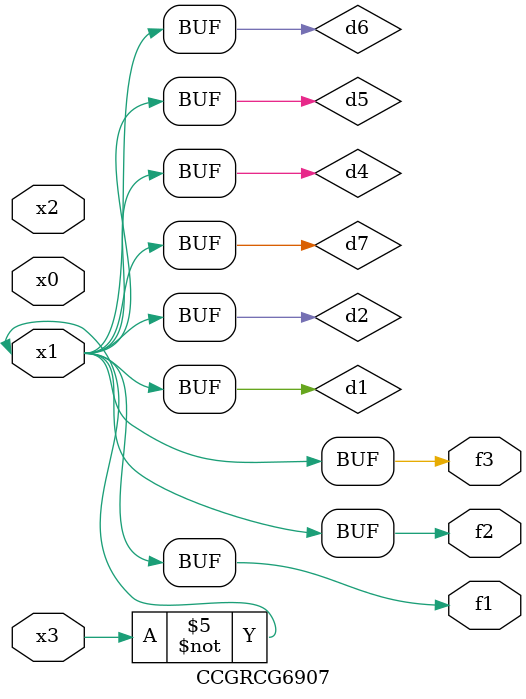
<source format=v>
module CCGRCG6907(
	input x0, x1, x2, x3,
	output f1, f2, f3
);

	wire d1, d2, d3, d4, d5, d6, d7;

	not (d1, x3);
	buf (d2, x1);
	xnor (d3, d1, d2);
	nor (d4, d1);
	buf (d5, d1, d2);
	buf (d6, d4, d5);
	nand (d7, d4);
	assign f1 = d6;
	assign f2 = d7;
	assign f3 = d6;
endmodule

</source>
